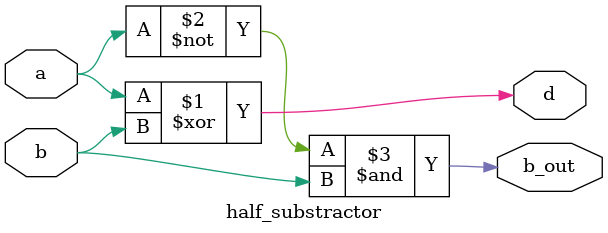
<source format=sv>
`timescale 1ns / 1ps

module half_substractor(
    input logic a, b,
    output logic d, b_out 
    );
    assign d = a ^ b;
    assign b_out = (~a) & b;
endmodule

</source>
